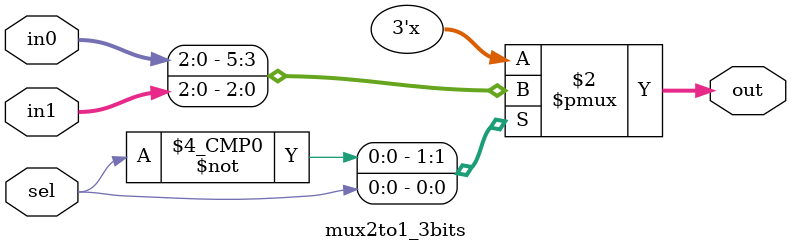
<source format=v>
module mux2to1_3bits(input [2:0] in0, input [2:0] in1, input sel, output reg [2:0] out);

  always @ (in0, in1, sel)
    begin
      case (sel)
        1'b0: out = in0;
        1'b1: out = in1;
      endcase
    end

endmodule

</source>
